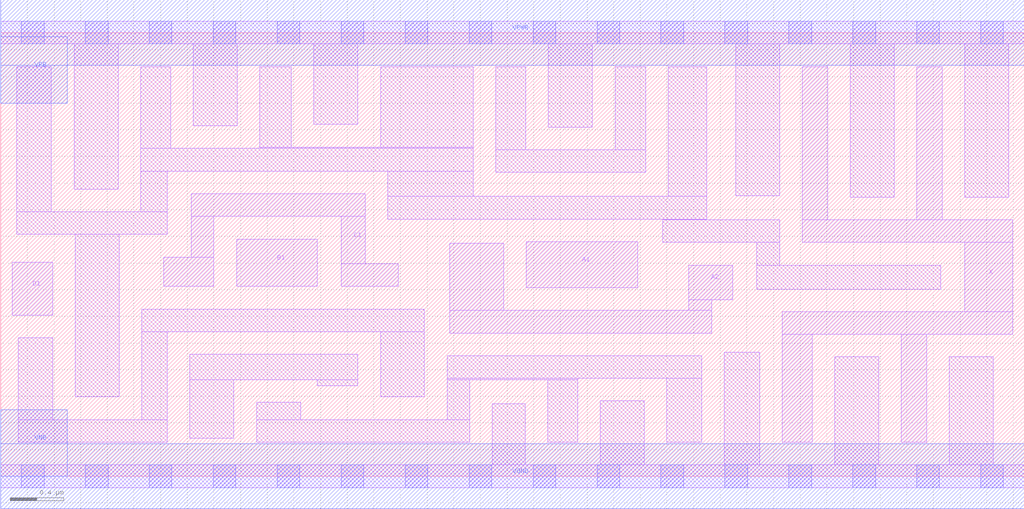
<source format=lef>
# Copyright 2020 The SkyWater PDK Authors
#
# Licensed under the Apache License, Version 2.0 (the "License");
# you may not use this file except in compliance with the License.
# You may obtain a copy of the License at
#
#     https://www.apache.org/licenses/LICENSE-2.0
#
# Unless required by applicable law or agreed to in writing, software
# distributed under the License is distributed on an "AS IS" BASIS,
# WITHOUT WARRANTIES OR CONDITIONS OF ANY KIND, either express or implied.
# See the License for the specific language governing permissions and
# limitations under the License.
#
# SPDX-License-Identifier: Apache-2.0

VERSION 5.5 ;
NAMESCASESENSITIVE ON ;
BUSBITCHARS "[]" ;
DIVIDERCHAR "/" ;
MACRO sky130_fd_sc_lp__o2111a_4
  CLASS CORE ;
  SOURCE USER ;
  ORIGIN  0.000000  0.000000 ;
  SIZE  7.680000 BY  3.330000 ;
  SYMMETRY X Y R90 ;
  SITE unit ;
  PIN A1
    ANTENNAGATEAREA  0.630000 ;
    DIRECTION INPUT ;
    USE SIGNAL ;
    PORT
      LAYER li1 ;
        RECT 3.945000 1.415000 4.780000 1.760000 ;
    END
  END A1
  PIN A2
    ANTENNAGATEAREA  0.630000 ;
    DIRECTION INPUT ;
    USE SIGNAL ;
    PORT
      LAYER li1 ;
        RECT 3.370000 1.075000 5.335000 1.245000 ;
        RECT 3.370000 1.245000 3.775000 1.750000 ;
        RECT 5.165000 1.245000 5.335000 1.325000 ;
        RECT 5.165000 1.325000 5.495000 1.585000 ;
    END
  END A2
  PIN B1
    ANTENNAGATEAREA  0.630000 ;
    DIRECTION INPUT ;
    USE SIGNAL ;
    PORT
      LAYER li1 ;
        RECT 1.770000 1.425000 2.375000 1.780000 ;
    END
  END B1
  PIN C1
    ANTENNAGATEAREA  0.630000 ;
    DIRECTION INPUT ;
    USE SIGNAL ;
    PORT
      LAYER li1 ;
        RECT 1.225000 1.425000 1.600000 1.645000 ;
        RECT 1.430000 1.645000 1.600000 1.950000 ;
        RECT 1.430000 1.950000 2.735000 2.120000 ;
        RECT 2.555000 1.425000 2.985000 1.595000 ;
        RECT 2.555000 1.595000 2.735000 1.950000 ;
    END
  END C1
  PIN D1
    ANTENNAGATEAREA  0.630000 ;
    DIRECTION INPUT ;
    USE SIGNAL ;
    PORT
      LAYER li1 ;
        RECT 0.085000 1.210000 0.390000 1.605000 ;
    END
  END D1
  PIN X
    ANTENNADIFFAREA  1.176000 ;
    DIRECTION OUTPUT ;
    USE SIGNAL ;
    PORT
      LAYER li1 ;
        RECT 5.865000 0.255000 6.090000 1.065000 ;
        RECT 5.865000 1.065000 7.595000 1.235000 ;
        RECT 6.015000 1.755000 7.595000 1.925000 ;
        RECT 6.015000 1.925000 6.205000 3.075000 ;
        RECT 6.760000 0.255000 6.950000 1.065000 ;
        RECT 6.875000 1.925000 7.065000 3.075000 ;
        RECT 7.235000 1.235000 7.595000 1.755000 ;
    END
  END X
  PIN VGND
    DIRECTION INOUT ;
    USE GROUND ;
    PORT
      LAYER met1 ;
        RECT 0.000000 -0.245000 7.680000 0.245000 ;
    END
  END VGND
  PIN VNB
    DIRECTION INOUT ;
    USE GROUND ;
    PORT
    END
  END VNB
  PIN VPB
    DIRECTION INOUT ;
    USE POWER ;
    PORT
    END
  END VPB
  PIN VNB
    DIRECTION INOUT ;
    USE GROUND ;
    PORT
      LAYER met1 ;
        RECT 0.000000 0.000000 0.500000 0.500000 ;
    END
  END VNB
  PIN VPB
    DIRECTION INOUT ;
    USE POWER ;
    PORT
      LAYER met1 ;
        RECT 0.000000 2.800000 0.500000 3.300000 ;
    END
  END VPB
  PIN VPWR
    DIRECTION INOUT ;
    USE POWER ;
    PORT
      LAYER met1 ;
        RECT 0.000000 3.085000 7.680000 3.575000 ;
    END
  END VPWR
  OBS
    LAYER li1 ;
      RECT 0.000000 -0.085000 7.680000 0.085000 ;
      RECT 0.000000  3.245000 7.680000 3.415000 ;
      RECT 0.120000  1.815000 1.250000 1.985000 ;
      RECT 0.120000  1.985000 0.380000 3.075000 ;
      RECT 0.130000  0.255000 1.250000 0.425000 ;
      RECT 0.130000  0.425000 0.390000 1.040000 ;
      RECT 0.550000  2.155000 0.880000 3.245000 ;
      RECT 0.560000  0.595000 0.890000 1.815000 ;
      RECT 1.050000  1.985000 1.250000 2.290000 ;
      RECT 1.050000  2.290000 3.545000 2.460000 ;
      RECT 1.050000  2.460000 1.275000 3.075000 ;
      RECT 1.060000  0.425000 1.250000 1.085000 ;
      RECT 1.060000  1.085000 3.180000 1.255000 ;
      RECT 1.420000  0.285000 1.750000 0.725000 ;
      RECT 1.420000  0.725000 2.680000 0.915000 ;
      RECT 1.445000  2.630000 1.775000 3.245000 ;
      RECT 1.920000  0.255000 3.520000 0.425000 ;
      RECT 1.920000  0.425000 2.250000 0.555000 ;
      RECT 1.945000  2.460000 3.545000 2.470000 ;
      RECT 1.945000  2.470000 2.180000 3.075000 ;
      RECT 2.350000  2.640000 2.680000 3.245000 ;
      RECT 2.375000  0.680000 2.680000 0.725000 ;
      RECT 2.850000  0.595000 3.180000 1.085000 ;
      RECT 2.850000  2.470000 3.545000 3.075000 ;
      RECT 2.905000  1.930000 5.300000 2.100000 ;
      RECT 2.905000  2.100000 3.545000 2.290000 ;
      RECT 3.350000  0.425000 3.520000 0.725000 ;
      RECT 3.350000  0.725000 4.330000 0.735000 ;
      RECT 3.350000  0.735000 5.260000 0.905000 ;
      RECT 3.690000  0.085000 3.935000 0.545000 ;
      RECT 3.715000  2.280000 4.840000 2.450000 ;
      RECT 3.715000  2.450000 3.940000 3.075000 ;
      RECT 4.105000  0.255000 4.330000 0.725000 ;
      RECT 4.110000  2.620000 4.440000 3.245000 ;
      RECT 4.500000  0.085000 4.830000 0.565000 ;
      RECT 4.610000  2.450000 4.840000 3.075000 ;
      RECT 4.970000  1.755000 5.845000 1.925000 ;
      RECT 4.970000  1.925000 5.300000 1.930000 ;
      RECT 5.000000  0.255000 5.260000 0.735000 ;
      RECT 5.010000  2.100000 5.300000 3.075000 ;
      RECT 5.430000  0.085000 5.695000 0.930000 ;
      RECT 5.515000  2.105000 5.845000 3.245000 ;
      RECT 5.675000  1.405000 7.055000 1.585000 ;
      RECT 5.675000  1.585000 5.845000 1.755000 ;
      RECT 6.260000  0.085000 6.590000 0.895000 ;
      RECT 6.375000  2.095000 6.705000 3.245000 ;
      RECT 7.120000  0.085000 7.450000 0.895000 ;
      RECT 7.235000  2.095000 7.565000 3.245000 ;
    LAYER mcon ;
      RECT 0.155000 -0.085000 0.325000 0.085000 ;
      RECT 0.155000  3.245000 0.325000 3.415000 ;
      RECT 0.635000 -0.085000 0.805000 0.085000 ;
      RECT 0.635000  3.245000 0.805000 3.415000 ;
      RECT 1.115000 -0.085000 1.285000 0.085000 ;
      RECT 1.115000  3.245000 1.285000 3.415000 ;
      RECT 1.595000 -0.085000 1.765000 0.085000 ;
      RECT 1.595000  3.245000 1.765000 3.415000 ;
      RECT 2.075000 -0.085000 2.245000 0.085000 ;
      RECT 2.075000  3.245000 2.245000 3.415000 ;
      RECT 2.555000 -0.085000 2.725000 0.085000 ;
      RECT 2.555000  3.245000 2.725000 3.415000 ;
      RECT 3.035000 -0.085000 3.205000 0.085000 ;
      RECT 3.035000  3.245000 3.205000 3.415000 ;
      RECT 3.515000 -0.085000 3.685000 0.085000 ;
      RECT 3.515000  3.245000 3.685000 3.415000 ;
      RECT 3.995000 -0.085000 4.165000 0.085000 ;
      RECT 3.995000  3.245000 4.165000 3.415000 ;
      RECT 4.475000 -0.085000 4.645000 0.085000 ;
      RECT 4.475000  3.245000 4.645000 3.415000 ;
      RECT 4.955000 -0.085000 5.125000 0.085000 ;
      RECT 4.955000  3.245000 5.125000 3.415000 ;
      RECT 5.435000 -0.085000 5.605000 0.085000 ;
      RECT 5.435000  3.245000 5.605000 3.415000 ;
      RECT 5.915000 -0.085000 6.085000 0.085000 ;
      RECT 5.915000  3.245000 6.085000 3.415000 ;
      RECT 6.395000 -0.085000 6.565000 0.085000 ;
      RECT 6.395000  3.245000 6.565000 3.415000 ;
      RECT 6.875000 -0.085000 7.045000 0.085000 ;
      RECT 6.875000  3.245000 7.045000 3.415000 ;
      RECT 7.355000 -0.085000 7.525000 0.085000 ;
      RECT 7.355000  3.245000 7.525000 3.415000 ;
  END
END sky130_fd_sc_lp__o2111a_4
END LIBRARY

</source>
